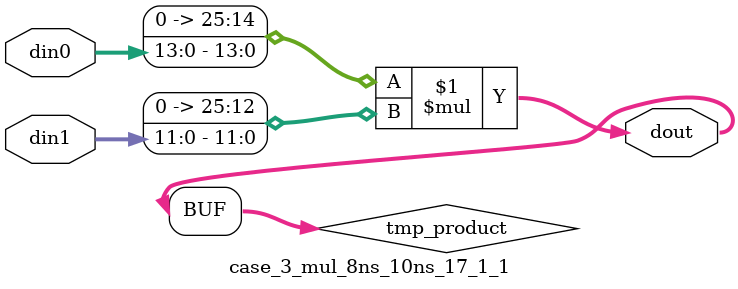
<source format=v>

`timescale 1 ns / 1 ps

 (* use_dsp = "no" *)  module case_3_mul_8ns_10ns_17_1_1(din0, din1, dout);
parameter ID = 1;
parameter NUM_STAGE = 0;
parameter din0_WIDTH = 14;
parameter din1_WIDTH = 12;
parameter dout_WIDTH = 26;

input [din0_WIDTH - 1 : 0] din0; 
input [din1_WIDTH - 1 : 0] din1; 
output [dout_WIDTH - 1 : 0] dout;

wire signed [dout_WIDTH - 1 : 0] tmp_product;
























assign tmp_product = $signed({1'b0, din0}) * $signed({1'b0, din1});











assign dout = tmp_product;





















endmodule

</source>
